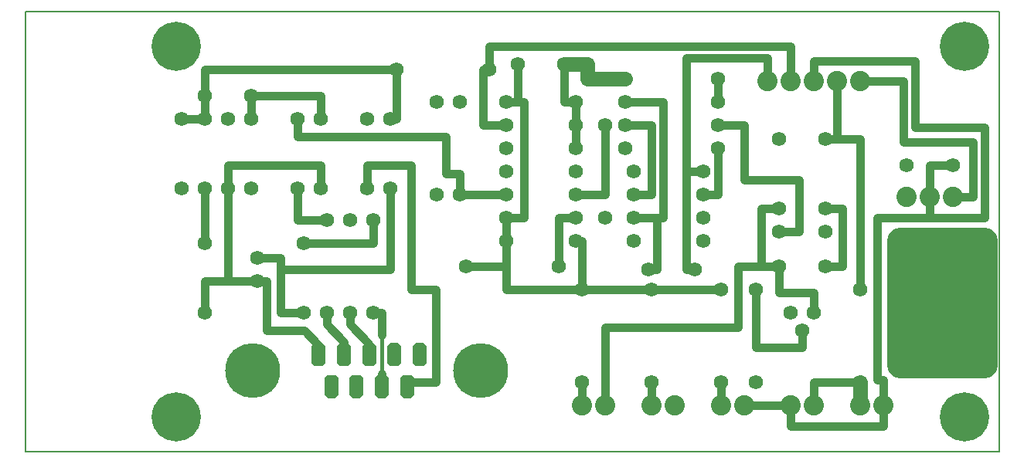
<source format=gbr>
G04                                                                  *
G04 SOURCE        : LAYO1 PCB.EXE VERSION 10                         *
G04 FORMAT        : GERBER RS-274X, Inch, 2.4, Leading Zero          *
G04 TITLE         : MGV98_SIGNAL BOTTOM                              *
G04 TIME          : Tuesday, November 04, 2008  15:45:56             *
G04                                                                  *
G04 Board width   : 106.680 mm. =  4.2000 inch                       *
G04 Board height  :  48.260 mm. =  1.9000 inch                       *
G04 Board offset  :   0.000 mm. =  0.0000 inch                       *
G04 Board offset  :   0.000 mm. =  0.0000 inch                       *
G04                                                                  *
G04 Apertures:                                                       *
G04       Type          X       Y             X       Y        Used  *
G04                      Inches                Metric                *
G04 D10   Draw        0.0079  0.0079        0.200   0.200         5  *
G04 D11   Round       0.0622  0.0622        1.580   1.580        97  *
G04 D12   Octagon!    0.0622  0.0996        1.580   2.530         5  *
G04 D13   Octagon!    0.0622  0.0996        1.580   2.530         4  *
G04 D14   Round       0.2370  0.2370        6.020   6.020         2  *
G04 D15   Round       0.0394  0.0394        1.000   1.000         1  *
G04 D16   Round       0.2118  0.2118        5.380   5.380         4  *
G04 D17   Draw        0.1125  0.1125        2.858   2.858        12  *
G04 D18   Draw        0.0375  0.0375        0.953   0.953       207  *
G04 D19   Draw        0.0156  0.0156        0.397   0.397         2  *
G04 D20   Round       0.0874  0.0874        2.220   2.220        18  *
G04 D21   Draw        0.0625  0.0625        1.588   1.588         6  *
G04                                                                  *
%FSLAX24Y24*
MOIN*
SFA1.0B1.0*%
%AMCUSTOM12*
4,1,8,
-0.0156,0.0685,
0.0156,0.0685,
0.0311,0.0530,
0.0311,-0.0156,
0.0156,-0.0311,
-0.0156,-0.0311,
-0.0311,-0.0156,
-0.0311,0.0530,
-0.0156,0.0685,
0.0
*%
%AMCUSTOM13*
4,1,8,
-0.0156,0.0311,
0.0156,0.0311,
0.0311,0.0156,
0.0311,-0.0530,
0.0156,-0.0685,
-0.0156,-0.0685,
-0.0311,-0.0530,
-0.0311,0.0156,
-0.0156,0.0311,
0.0
*%
%ADD10C,0.0079*%
%ADD11C,0.0622*%
%ADD12CUSTOM12*%
%ADD13CUSTOM13*%
%ADD14C,0.2370*%
%ADD15C,0.0394*%
%ADD16C,0.2118*%
%ADD17C,0.1125*%
%ADD18C,0.0375*%
%ADD19C,0.0156*%
%ADD20C,0.0874*%
%ADD21C,0.0625*%
%LNSIGNAL BOTTOM*%
G54D10*
X000000Y019000D02*
X000000Y000000D01*
X042000Y000000D01*
X042000Y019000D01*
X000000Y019000D01*
G54D11*
X006750Y011375D03*
X009750Y011375D03*
X029250Y009125D03*
X026250Y012125D03*
X026250Y009125D03*
X032500Y013500D03*
X034500Y009500D03*
X023750Y012125D03*
X029250Y010125D03*
X029875Y015125D03*
X029875Y016125D03*
X014750Y011375D03*
X015000Y006000D03*
X014000Y006000D03*
X007750Y011375D03*
X014000Y010000D03*
X007750Y009000D03*
X025000Y014125D03*
X023750Y011125D03*
X029250Y011125D03*
X025000Y010125D03*
X029875Y013125D03*
X008750Y014375D03*
X023000Y008000D03*
X023750Y010125D03*
X026250Y011125D03*
X025875Y014125D03*
X032500Y009500D03*
X025875Y013125D03*
X029875Y014125D03*
X013000Y006000D03*
X012750Y011375D03*
X008750Y011375D03*
X010000Y007375D03*
X007750Y006000D03*
X024000Y003000D03*
X011750Y014375D03*
X018750Y011125D03*
X020750Y011125D03*
X034000Y006000D03*
X032500Y010500D03*
X032500Y008000D03*
X034500Y013500D03*
X036000Y007000D03*
X011750Y011375D03*
X013000Y010000D03*
X031500Y003000D03*
X020750Y012125D03*
X033500Y005250D03*
X031500Y007000D03*
X012000Y009000D03*
X015000Y010000D03*
X012000Y006000D03*
X010000Y008375D03*
X015750Y011375D03*
X036000Y003000D03*
X020000Y016500D03*
X020750Y014125D03*
X017750Y015125D03*
X014750Y014375D03*
X017750Y011125D03*
X020750Y013125D03*
X027000Y003000D03*
X030000Y003000D03*
X029250Y012125D03*
X028875Y007875D03*
X026250Y010125D03*
X025875Y015125D03*
X026875Y007875D03*
X007750Y014375D03*
X006750Y014375D03*
X034500Y010500D03*
X034500Y008000D03*
X019000Y008000D03*
X018750Y015125D03*
X024000Y007000D03*
X027000Y007000D03*
X030000Y007000D03*
X038000Y012375D03*
X007750Y015375D03*
X016000Y016500D03*
X023750Y009125D03*
X020750Y015125D03*
X020750Y010125D03*
X020750Y009125D03*
X015750Y014375D03*
X021250Y016750D03*
X012750Y014375D03*
X009750Y014375D03*
X033000Y006000D03*
X025875Y016125D03*
X040000Y012375D03*
X009750Y015375D03*
X023750Y013125D03*
X023750Y014125D03*
X023750Y015125D03*
X023250Y016750D03*
G54D12*
X017000Y004000D03*
X015914Y004000D03*
X014828Y004000D03*
X013742Y004000D03*
X012656Y004000D03*
G54D13*
X014289Y003000D03*
X013203Y003000D03*
X016461Y003000D03*
X015375Y003000D03*
G54D14*
X019641Y003500D03*
X009820Y003500D03*
G54D15*
X039000Y004750D03*
G54D16*
X006500Y017500D03*
X040500Y017500D03*
X040500Y001500D03*
X006500Y001500D03*
G54D17*
X039000Y004750D02*
X039000Y003750D01*
X037750Y003750D01*
X037750Y009125D01*
X041375Y009125D01*
X041375Y003750D01*
X038625Y003750D01*
X038625Y008250D01*
X040500Y008250D01*
X040500Y004625D01*
X039625Y004625D01*
X039625Y007875D01*
G54D18*
X029875Y016125D02*
X029875Y015125D01*
X016461Y003000D02*
X017711Y003000D01*
X017711Y007000D01*
X016625Y007000D01*
X016625Y012375D01*
X014750Y012375D01*
X014750Y011375D01*
X014000Y006000D02*
X014000Y005500D01*
X014813Y004688D01*
X014813Y004000D01*
X007750Y009000D02*
X007750Y011375D01*
X025000Y014125D02*
X025000Y011125D01*
X023750Y011125D01*
X023750Y010125D02*
X023000Y010125D01*
X023000Y008000D01*
X026250Y011125D02*
X027000Y011125D01*
X027000Y014125D01*
X025875Y014125D01*
X032500Y009500D02*
X033375Y009500D01*
X033375Y011750D01*
X031000Y011750D01*
X031000Y014125D01*
X029875Y014125D01*
X013000Y006000D02*
X013000Y005500D01*
X013750Y004750D01*
X013750Y004000D01*
X008750Y011375D02*
X008750Y012375D01*
X012750Y012375D01*
X012750Y011375D01*
X010000Y007375D02*
X008750Y007375D01*
X007750Y007375D01*
X007750Y006000D01*
X008750Y011375D02*
X008750Y007375D01*
X012656Y004000D02*
X012656Y004625D01*
X012031Y005250D01*
X011656Y005250D01*
X010406Y005250D01*
X010406Y007375D01*
X010031Y007375D01*
X024000Y003000D02*
X024000Y002000D01*
X011750Y014375D02*
X011750Y013625D01*
X018125Y013625D01*
X018125Y012000D01*
X018750Y012000D01*
X018750Y011125D01*
X020750Y011125D01*
X034000Y006000D02*
X034000Y006875D01*
X032500Y006875D01*
X032500Y008000D01*
X031750Y008000D01*
X031750Y009000D01*
X031750Y010500D01*
X032500Y010500D01*
X032500Y008000D02*
X030750Y008000D01*
X030750Y005375D01*
X025000Y005375D01*
X025000Y002000D01*
X035000Y016000D02*
X035000Y013500D01*
X034500Y013500D01*
X034500Y013500D02*
X036000Y013500D01*
X036000Y007000D01*
X013000Y010000D02*
X011750Y010000D01*
X011750Y011375D01*
X031500Y007000D02*
X031500Y004500D01*
X033500Y004500D01*
X033500Y005250D01*
X012000Y009000D02*
X015000Y009000D01*
X015000Y010000D01*
X010000Y008375D02*
X011000Y008375D01*
X011000Y007875D01*
X011000Y006000D01*
X012000Y006000D01*
X015750Y011375D02*
X015750Y007875D01*
X011000Y007875D01*
X036000Y003000D02*
X034000Y003000D01*
X034000Y002000D01*
X020000Y016500D02*
X019750Y016500D01*
X019750Y014125D01*
X020750Y014125D01*
X020000Y016500D02*
X020000Y017500D01*
X033000Y017500D01*
X033000Y016000D01*
X027000Y002000D02*
X027000Y003000D01*
X030000Y003000D02*
X030000Y002000D01*
X032000Y016000D02*
X032000Y017000D01*
X028500Y017000D01*
X028500Y012125D01*
X029250Y012125D01*
X028500Y012125D02*
X028500Y007875D01*
X028875Y007875D01*
X036000Y016000D02*
X037875Y016000D01*
X037875Y013375D01*
X040875Y013375D01*
X040875Y011000D01*
X040000Y011000D01*
X026875Y007875D02*
X027250Y007875D01*
X027250Y010125D01*
X026250Y010125D01*
X026250Y010125D02*
X027500Y010125D01*
X027500Y015125D01*
X025875Y015125D01*
X034500Y010500D02*
X035250Y010500D01*
X035250Y008000D01*
X034500Y008000D01*
X023750Y009125D02*
X024000Y009125D01*
X024000Y007000D01*
X027000Y007000D01*
X030000Y007000D01*
X020750Y010125D02*
X020750Y009125D01*
X020750Y008000D01*
X019000Y008000D01*
X020750Y008000D02*
X020750Y007000D01*
X024000Y007000D01*
X020750Y015125D02*
X021250Y015125D01*
X021500Y015125D01*
X021500Y010125D01*
X020750Y010125D01*
X016000Y016500D02*
X016000Y014375D01*
X015750Y014375D01*
X021250Y016750D02*
X021250Y015125D01*
X006750Y014375D02*
X007750Y014375D01*
X007750Y015375D01*
X007750Y015375D02*
X007750Y016500D01*
X016000Y016500D01*
X037000Y002000D02*
X037000Y001125D01*
X033000Y001125D01*
X033000Y002000D01*
X031000Y002000D01*
X039000Y011000D02*
X039000Y012375D01*
X040000Y012375D01*
X034000Y016000D02*
X034000Y016875D01*
X038375Y016875D01*
X038375Y014000D01*
X041375Y014000D01*
X041375Y010125D01*
X039000Y010125D01*
X039000Y011000D01*
X023750Y015125D02*
X023750Y014125D01*
X023750Y013125D01*
X009750Y014375D02*
X009750Y015375D01*
X009750Y015375D02*
X012750Y015375D01*
X012750Y014375D01*
X039000Y010125D02*
X036750Y010125D01*
X036750Y003125D01*
X037000Y003125D01*
X037000Y002000D01*
X023250Y016750D02*
X023250Y015125D01*
X023750Y015125D01*
X015375Y003000D02*
X015375Y003375D01*
X015375Y005063D02*
X015375Y006000D01*
X015000Y006000D01*
X029875Y013125D02*
X029875Y011125D01*
X029250Y011125D01*
G54D19*
X015375Y003375D02*
X015375Y005063D01*
G54D20*
X024000Y002000D03*
X025000Y002000D03*
X035000Y016000D03*
X036000Y002000D03*
X034000Y002000D03*
X033000Y016000D03*
X028000Y002000D03*
X027000Y002000D03*
X030000Y002000D03*
X032000Y016000D03*
X040000Y011000D03*
X036000Y016000D03*
X038000Y011000D03*
X031000Y002000D03*
X037000Y002000D03*
X033000Y002000D03*
X039000Y011000D03*
X034000Y016000D03*
G54D21*
X036000Y002000D02*
X036000Y003000D01*
X023250Y016750D02*
X024250Y016750D01*
X024250Y016125D01*
X025875Y016125D01*
M02*

</source>
